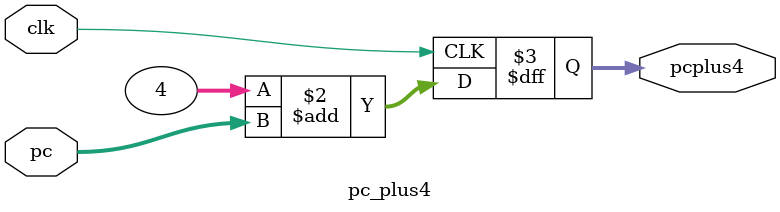
<source format=v>
`timescale 1ns / 1ps
module pc_plus4(pc,pcplus4,clk );
input [31:0] pc;
input clk;
output reg [31:0] pcplus4;
always @(posedge clk)
begin
    pcplus4 = 4 + pc;
end

endmodule

</source>
